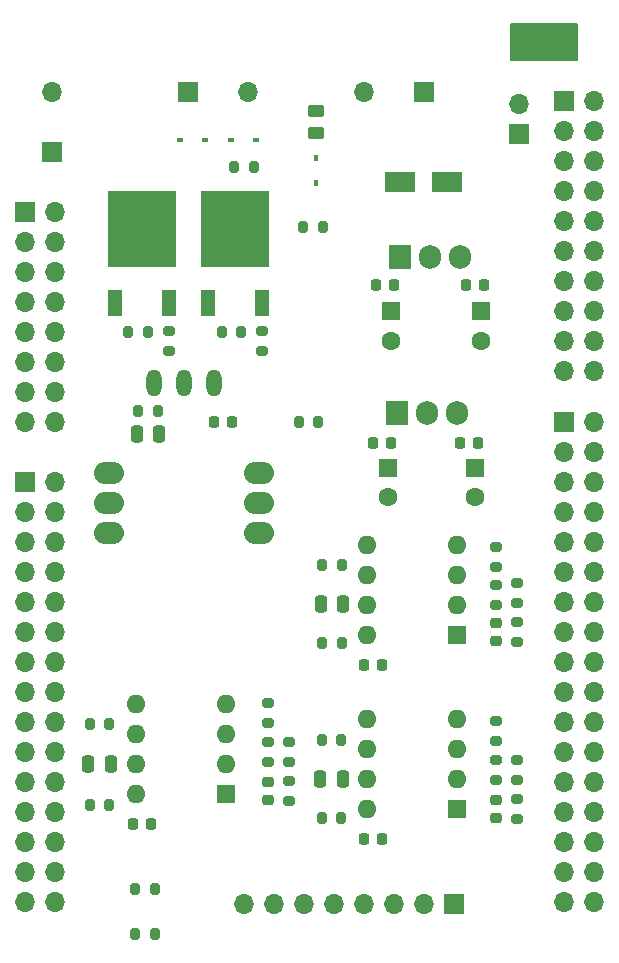
<source format=gbr>
%TF.GenerationSoftware,KiCad,Pcbnew,(6.0.2-0)*%
%TF.CreationDate,2022-07-28T16:30:59+02:00*%
%TF.ProjectId,stepper_testbench,73746570-7065-4725-9f74-65737462656e,rev?*%
%TF.SameCoordinates,Original*%
%TF.FileFunction,Soldermask,Bot*%
%TF.FilePolarity,Negative*%
%FSLAX46Y46*%
G04 Gerber Fmt 4.6, Leading zero omitted, Abs format (unit mm)*
G04 Created by KiCad (PCBNEW (6.0.2-0)) date 2022-07-28 16:30:59*
%MOMM*%
%LPD*%
G01*
G04 APERTURE LIST*
G04 Aperture macros list*
%AMRoundRect*
0 Rectangle with rounded corners*
0 $1 Rounding radius*
0 $2 $3 $4 $5 $6 $7 $8 $9 X,Y pos of 4 corners*
0 Add a 4 corners polygon primitive as box body*
4,1,4,$2,$3,$4,$5,$6,$7,$8,$9,$2,$3,0*
0 Add four circle primitives for the rounded corners*
1,1,$1+$1,$2,$3*
1,1,$1+$1,$4,$5*
1,1,$1+$1,$6,$7*
1,1,$1+$1,$8,$9*
0 Add four rect primitives between the rounded corners*
20,1,$1+$1,$2,$3,$4,$5,0*
20,1,$1+$1,$4,$5,$6,$7,0*
20,1,$1+$1,$6,$7,$8,$9,0*
20,1,$1+$1,$8,$9,$2,$3,0*%
G04 Aperture macros list end*
%ADD10C,0.150000*%
%ADD11R,1.600000X1.600000*%
%ADD12C,1.600000*%
%ADD13R,1.700000X1.700000*%
%ADD14O,1.700000X1.700000*%
%ADD15O,1.600000X1.600000*%
%ADD16R,1.905000X2.000000*%
%ADD17O,1.905000X2.000000*%
%ADD18O,1.300000X2.300000*%
%ADD19O,2.540000X1.900000*%
%ADD20RoundRect,0.200000X0.275000X-0.200000X0.275000X0.200000X-0.275000X0.200000X-0.275000X-0.200000X0*%
%ADD21RoundRect,0.200000X-0.275000X0.200000X-0.275000X-0.200000X0.275000X-0.200000X0.275000X0.200000X0*%
%ADD22R,0.450000X0.600000*%
%ADD23RoundRect,0.225000X0.225000X0.250000X-0.225000X0.250000X-0.225000X-0.250000X0.225000X-0.250000X0*%
%ADD24R,1.200000X2.200000*%
%ADD25R,5.800000X6.400000*%
%ADD26RoundRect,0.200000X-0.200000X-0.275000X0.200000X-0.275000X0.200000X0.275000X-0.200000X0.275000X0*%
%ADD27RoundRect,0.225000X-0.250000X0.225000X-0.250000X-0.225000X0.250000X-0.225000X0.250000X0.225000X0*%
%ADD28RoundRect,0.200000X0.200000X0.275000X-0.200000X0.275000X-0.200000X-0.275000X0.200000X-0.275000X0*%
%ADD29RoundRect,0.250000X0.250000X0.475000X-0.250000X0.475000X-0.250000X-0.475000X0.250000X-0.475000X0*%
%ADD30RoundRect,0.225000X-0.225000X-0.250000X0.225000X-0.250000X0.225000X0.250000X-0.225000X0.250000X0*%
%ADD31R,2.500000X1.800000*%
%ADD32R,0.600000X0.450000*%
%ADD33RoundRect,0.250000X-0.450000X0.262500X-0.450000X-0.262500X0.450000X-0.262500X0.450000X0.262500X0*%
%ADD34RoundRect,0.250000X-0.250000X-0.475000X0.250000X-0.475000X0.250000X0.475000X-0.250000X0.475000X0*%
G04 APERTURE END LIST*
D10*
X176276000Y-39186937D02*
X181864000Y-39186937D01*
X181864000Y-39186937D02*
X181864000Y-42234937D01*
X181864000Y-42234937D02*
X176276000Y-42234937D01*
X176276000Y-42234937D02*
X176276000Y-39186937D01*
G36*
X176276000Y-39186937D02*
G01*
X181864000Y-39186937D01*
X181864000Y-42234937D01*
X176276000Y-42234937D01*
X176276000Y-39186937D01*
G37*
D11*
%TO.C,C13*%
X166116000Y-63500000D03*
D12*
X166116000Y-66000000D03*
%TD*%
D13*
%TO.C,J5*%
X176961000Y-48519000D03*
D14*
X176961000Y-45979000D03*
%TD*%
D11*
%TO.C,U3*%
X171694000Y-105654000D03*
D15*
X171694000Y-103114000D03*
X171694000Y-100574000D03*
X171694000Y-98034000D03*
X164074000Y-98034000D03*
X164074000Y-100574000D03*
X164074000Y-103114000D03*
X164074000Y-105654000D03*
%TD*%
D16*
%TO.C,U6*%
X166624000Y-72161500D03*
D17*
X169164000Y-72161500D03*
X171704000Y-72161500D03*
%TD*%
D13*
%TO.C,J4*%
X168970000Y-44958000D03*
D14*
X163890000Y-44958000D03*
%TD*%
D11*
%TO.C,C14*%
X165862000Y-76772888D03*
D12*
X165862000Y-79272888D03*
%TD*%
D13*
%TO.C,J2*%
X171445000Y-113698000D03*
D14*
X168905000Y-113698000D03*
X166365000Y-113698000D03*
X163825000Y-113698000D03*
X161285000Y-113698000D03*
X158745000Y-113698000D03*
X156205000Y-113698000D03*
X153665000Y-113698000D03*
%TD*%
D11*
%TO.C,U4*%
X152199000Y-104384000D03*
D15*
X152199000Y-101844000D03*
X152199000Y-99304000D03*
X152199000Y-96764000D03*
X144579000Y-96764000D03*
X144579000Y-99304000D03*
X144579000Y-101844000D03*
X144579000Y-104384000D03*
%TD*%
D13*
%TO.C,J1*%
X148988000Y-44958000D03*
D14*
X154068000Y-44958000D03*
%TD*%
D11*
%TO.C,C15*%
X173736000Y-63500000D03*
D12*
X173736000Y-66000000D03*
%TD*%
D11*
%TO.C,U1*%
X171694000Y-90922000D03*
D15*
X171694000Y-88382000D03*
X171694000Y-85842000D03*
X171694000Y-83302000D03*
X164074000Y-83302000D03*
X164074000Y-85842000D03*
X164074000Y-88382000D03*
X164074000Y-90922000D03*
%TD*%
D16*
%TO.C,U5*%
X166878000Y-58928000D03*
D17*
X169418000Y-58928000D03*
X171958000Y-58928000D03*
%TD*%
D18*
%TO.C,U2*%
X151130000Y-69566000D03*
X148590000Y-69566000D03*
X146050000Y-69566000D03*
D19*
X154940000Y-77216000D03*
X154940000Y-79756000D03*
X154940000Y-82296000D03*
X142240000Y-77216000D03*
X142240000Y-79756000D03*
X142240000Y-82296000D03*
%TD*%
D11*
%TO.C,C16*%
X173228000Y-76772888D03*
D12*
X173228000Y-79272888D03*
%TD*%
D20*
%TO.C,R1*%
X155175000Y-66850000D03*
X155175000Y-65200000D03*
%TD*%
D13*
%TO.C,CN7*%
X180818000Y-45720000D03*
D14*
X183358000Y-45720000D03*
X180818000Y-48260000D03*
X183358000Y-48260000D03*
X180818000Y-50800000D03*
X183358000Y-50800000D03*
X180818000Y-53340000D03*
X183358000Y-53340000D03*
X180818000Y-55880000D03*
X183358000Y-55880000D03*
X180818000Y-58420000D03*
X183358000Y-58420000D03*
X180818000Y-60960000D03*
X183358000Y-60960000D03*
X180818000Y-63500000D03*
X183358000Y-63500000D03*
X180818000Y-66040000D03*
X183358000Y-66040000D03*
X180818000Y-68580000D03*
X183358000Y-68580000D03*
%TD*%
D20*
%TO.C,R25*%
X157533000Y-101663000D03*
X157533000Y-100013000D03*
%TD*%
D21*
%TO.C,R6*%
X176784000Y-89853000D03*
X176784000Y-91503000D03*
%TD*%
D22*
%TO.C,D2*%
X159766000Y-50512000D03*
X159766000Y-52612000D03*
%TD*%
D23*
%TO.C,C2*%
X152667000Y-72912000D03*
X151117000Y-72912000D03*
%TD*%
D20*
%TO.C,R8*%
X175006000Y-85153000D03*
X175006000Y-83503000D03*
%TD*%
D24*
%TO.C,Q1*%
X155189000Y-62839000D03*
D25*
X152909000Y-56539000D03*
D24*
X150629000Y-62839000D03*
%TD*%
D13*
%TO.C,CN8*%
X135128000Y-55113000D03*
D14*
X137668000Y-55113000D03*
X135128000Y-57653000D03*
X137668000Y-57653000D03*
X135128000Y-60193000D03*
X137668000Y-60193000D03*
X135128000Y-62733000D03*
X137668000Y-62733000D03*
X135128000Y-65273000D03*
X137668000Y-65273000D03*
X135128000Y-67813000D03*
X137668000Y-67813000D03*
X135128000Y-70353000D03*
X137668000Y-70353000D03*
X135128000Y-72893000D03*
X137668000Y-72893000D03*
%TD*%
D26*
%TO.C,R21*%
X158330500Y-72898000D03*
X159980500Y-72898000D03*
%TD*%
D20*
%TO.C,R28*%
X147300000Y-66850000D03*
X147300000Y-65200000D03*
%TD*%
D27*
%TO.C,C1*%
X175006000Y-89903000D03*
X175006000Y-91453000D03*
%TD*%
D26*
%TO.C,R17*%
X160300810Y-85000000D03*
X161950810Y-85000000D03*
%TD*%
D28*
%TO.C,R19*%
X146124000Y-116274000D03*
X144474000Y-116274000D03*
%TD*%
D23*
%TO.C,C11*%
X173495000Y-74701500D03*
X171945000Y-74701500D03*
%TD*%
D21*
%TO.C,R15*%
X176784000Y-86551000D03*
X176784000Y-88201000D03*
%TD*%
%TO.C,R9*%
X176784000Y-104839000D03*
X176784000Y-106489000D03*
%TD*%
D23*
%TO.C,C8*%
X166383000Y-61285000D03*
X164833000Y-61285000D03*
%TD*%
D26*
%TO.C,R16*%
X160300810Y-91604000D03*
X161950810Y-91604000D03*
%TD*%
D29*
%TO.C,C17*%
X162075810Y-88302000D03*
X160175810Y-88302000D03*
%TD*%
D30*
%TO.C,C5*%
X163817000Y-93472000D03*
X165367000Y-93472000D03*
%TD*%
D31*
%TO.C,D3*%
X166878000Y-52604000D03*
X170878000Y-52604000D03*
%TD*%
D26*
%TO.C,R3*%
X151800000Y-65278000D03*
X153450000Y-65278000D03*
%TD*%
%TO.C,R23*%
X160275000Y-106404000D03*
X161925000Y-106404000D03*
%TD*%
D20*
%TO.C,R14*%
X155755000Y-98361000D03*
X155755000Y-96711000D03*
%TD*%
D23*
%TO.C,C10*%
X166142000Y-74701500D03*
X164592000Y-74701500D03*
%TD*%
D26*
%TO.C,R5*%
X143892000Y-65278000D03*
X145542000Y-65278000D03*
%TD*%
D32*
%TO.C,D5*%
X150402000Y-49022000D03*
X148302000Y-49022000D03*
%TD*%
D23*
%TO.C,C12*%
X174003000Y-61285000D03*
X172453000Y-61285000D03*
%TD*%
D13*
%TO.C,CN9*%
X135133000Y-77973000D03*
D14*
X137673000Y-77973000D03*
X135133000Y-80513000D03*
X137673000Y-80513000D03*
X135133000Y-83053000D03*
X137673000Y-83053000D03*
X135133000Y-85593000D03*
X137673000Y-85593000D03*
X135133000Y-88133000D03*
X137673000Y-88133000D03*
X135133000Y-90673000D03*
X137673000Y-90673000D03*
X135133000Y-93213000D03*
X137673000Y-93213000D03*
X135133000Y-95753000D03*
X137673000Y-95753000D03*
X135133000Y-98293000D03*
X137673000Y-98293000D03*
X135133000Y-100833000D03*
X137673000Y-100833000D03*
X135133000Y-103373000D03*
X137673000Y-103373000D03*
X135133000Y-105913000D03*
X137673000Y-105913000D03*
X135133000Y-108453000D03*
X137673000Y-108453000D03*
X135133000Y-110993000D03*
X137673000Y-110993000D03*
X135133000Y-113533000D03*
X137673000Y-113533000D03*
%TD*%
D29*
%TO.C,C18*%
X162050000Y-103102000D03*
X160150000Y-103102000D03*
%TD*%
D13*
%TO.C,J6*%
X137414000Y-50039000D03*
D14*
X137414000Y-44959000D03*
%TD*%
D27*
%TO.C,C4*%
X175006000Y-104889000D03*
X175006000Y-106439000D03*
%TD*%
D28*
%TO.C,R18*%
X146124000Y-112464000D03*
X144474000Y-112464000D03*
%TD*%
D26*
%TO.C,R27*%
X140647000Y-105300000D03*
X142297000Y-105300000D03*
%TD*%
D28*
%TO.C,R2*%
X146375000Y-71975000D03*
X144725000Y-71975000D03*
%TD*%
D13*
%TO.C,CN10*%
X180811000Y-72893000D03*
D14*
X183351000Y-72893000D03*
X180811000Y-75433000D03*
X183351000Y-75433000D03*
X180811000Y-77973000D03*
X183351000Y-77973000D03*
X180811000Y-80513000D03*
X183351000Y-80513000D03*
X180811000Y-83053000D03*
X183351000Y-83053000D03*
X180811000Y-85593000D03*
X183351000Y-85593000D03*
X180811000Y-88133000D03*
X183351000Y-88133000D03*
X180811000Y-90673000D03*
X183351000Y-90673000D03*
X180811000Y-93213000D03*
X183351000Y-93213000D03*
X180811000Y-95753000D03*
X183351000Y-95753000D03*
X180811000Y-98293000D03*
X183351000Y-98293000D03*
X180811000Y-100833000D03*
X183351000Y-100833000D03*
X180811000Y-103373000D03*
X183351000Y-103373000D03*
X180811000Y-105913000D03*
X183351000Y-105913000D03*
X180811000Y-108453000D03*
X183351000Y-108453000D03*
X180811000Y-110993000D03*
X183351000Y-110993000D03*
X180811000Y-113533000D03*
X183351000Y-113533000D03*
%TD*%
D20*
%TO.C,R10*%
X175006000Y-103187000D03*
X175006000Y-101537000D03*
%TD*%
D26*
%TO.C,R24*%
X160275000Y-99800000D03*
X161925000Y-99800000D03*
%TD*%
D20*
%TO.C,R22*%
X176784000Y-103187000D03*
X176784000Y-101537000D03*
%TD*%
%TO.C,R7*%
X175006000Y-88353000D03*
X175006000Y-86703000D03*
%TD*%
%TO.C,R13*%
X155702000Y-101663000D03*
X155702000Y-100013000D03*
%TD*%
D26*
%TO.C,R26*%
X140647000Y-98442000D03*
X142297000Y-98442000D03*
%TD*%
D24*
%TO.C,Q2*%
X147315000Y-62839000D03*
D25*
X145035000Y-56539000D03*
D24*
X142755000Y-62839000D03*
%TD*%
D26*
%TO.C,R20*%
X158707000Y-56388000D03*
X160357000Y-56388000D03*
%TD*%
D33*
%TO.C,FB1*%
X159766000Y-46585500D03*
X159766000Y-48410500D03*
%TD*%
D20*
%TO.C,R11*%
X175006000Y-99885000D03*
X175006000Y-98235000D03*
%TD*%
D27*
%TO.C,C6*%
X155755000Y-103365000D03*
X155755000Y-104915000D03*
%TD*%
D29*
%TO.C,C19*%
X142422000Y-101871000D03*
X140522000Y-101871000D03*
%TD*%
D32*
%TO.C,D1*%
X154720000Y-49022000D03*
X152620000Y-49022000D03*
%TD*%
D30*
%TO.C,C7*%
X144259000Y-106934000D03*
X145809000Y-106934000D03*
%TD*%
%TO.C,C3*%
X163817000Y-108204000D03*
X165367000Y-108204000D03*
%TD*%
D34*
%TO.C,C9*%
X144592000Y-73928000D03*
X146492000Y-73928000D03*
%TD*%
D21*
%TO.C,R12*%
X157533000Y-103315000D03*
X157533000Y-104965000D03*
%TD*%
D28*
%TO.C,R4*%
X154495000Y-51308000D03*
X152845000Y-51308000D03*
%TD*%
M02*

</source>
